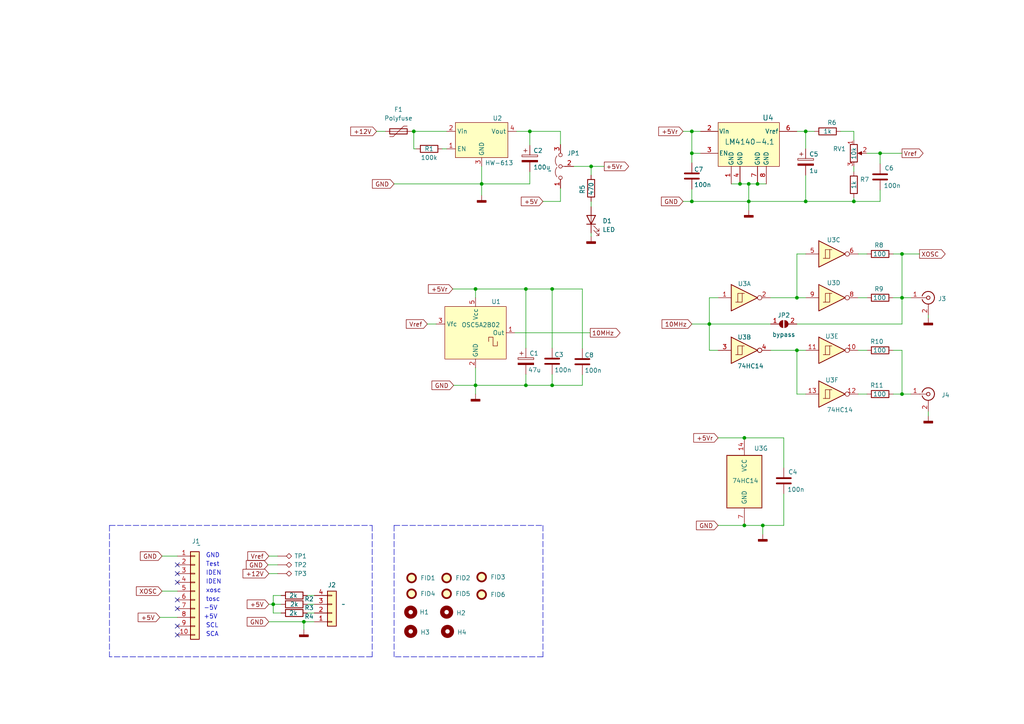
<source format=kicad_sch>
(kicad_sch (version 20230121) (generator eeschema)
  (paper "A4")
  (title_block (title "PM6666-10MHz") (date "2024-03-22") (rev "0.3") (company "Maker: Gomtuu Net") (comment 1 "- usable OCXO: CTI OSC5A2B02 / NDK ENE3311B") (comment 3 "programmable timer/counter") (comment 4 "Alternative oscillator for Fluke/Philips PM6666 "))
  (lib_symbols
    (symbol "74xx:74HC14" (pin_names (offset 1.016))
      (property "Reference" "U" (at 0 1.27 0))
      (property "Value" "74HC14" (at 0 -1.27 0))
      (symbol "74HC14_1_0"
        (polyline (pts (xy -3.81 3.81) (xy -3.81 -3.81) (xy 3.81 0) (xy -3.81 3.81)) (stroke (width 0.254)) (fill (type background)))
        (pin input line (at -7.62 0 0) (length 3.81) (name "~") (number "1"))
        (pin output inverted (at 7.62 0 180) (length 3.81) (name "~") (number "2"))
      )
      (symbol "74HC14_1_1"
        (polyline (pts (xy -1.905 -1.27) (xy -1.905 1.27) (xy -0.635 1.27)))
        (polyline (pts (xy -2.54 -1.27) (xy -0.635 -1.27) (xy -0.635 1.27) (xy 0 1.27)))
      )
      (symbol "74HC14_2_0"
        (polyline (pts (xy -3.81 3.81) (xy -3.81 -3.81) (xy 3.81 0) (xy -3.81 3.81)) (stroke (width 0.254)) (fill (type background)))
        (pin input line (at -7.62 0 0) (length 3.81) (name "~") (number "3"))
        (pin output inverted (at 7.62 0 180) (length 3.81) (name "~") (number "4"))
      )
      (symbol "74HC14_2_1"
        (polyline (pts (xy -1.905 -1.27) (xy -1.905 1.27) (xy -0.635 1.27)))
        (polyline (pts (xy -2.54 -1.27) (xy -0.635 -1.27) (xy -0.635 1.27) (xy 0 1.27)))
      )
      (symbol "74HC14_3_0"
        (polyline (pts (xy -3.81 3.81) (xy -3.81 -3.81) (xy 3.81 0) (xy -3.81 3.81)) (stroke (width 0.254)) (fill (type background)))
        (pin input line (at -7.62 0 0) (length 3.81) (name "~") (number "5"))
        (pin output inverted (at 7.62 0 180) (length 3.81) (name "~") (number "6"))
      )
      (symbol "74HC14_3_1"
        (polyline (pts (xy -1.905 -1.27) (xy -1.905 1.27) (xy -0.635 1.27)))
        (polyline (pts (xy -2.54 -1.27) (xy -0.635 -1.27) (xy -0.635 1.27) (xy 0 1.27)))
      )
      (symbol "74HC14_4_0"
        (polyline (pts (xy -3.81 3.81) (xy -3.81 -3.81) (xy 3.81 0) (xy -3.81 3.81)) (stroke (width 0.254)) (fill (type background)))
        (pin output inverted (at 7.62 0 180) (length 3.81) (name "~") (number "8"))
        (pin input line (at -7.62 0 0) (length 3.81) (name "~") (number "9"))
      )
      (symbol "74HC14_4_1"
        (polyline (pts (xy -1.905 -1.27) (xy -1.905 1.27) (xy -0.635 1.27)))
        (polyline (pts (xy -2.54 -1.27) (xy -0.635 -1.27) (xy -0.635 1.27) (xy 0 1.27)))
      )
      (symbol "74HC14_5_0"
        (polyline (pts (xy -3.81 3.81) (xy -3.81 -3.81) (xy 3.81 0) (xy -3.81 3.81)) (stroke (width 0.254)) (fill (type background)))
        (pin output inverted (at 7.62 0 180) (length 3.81) (name "~") (number "10"))
        (pin input line (at -7.62 0 0) (length 3.81) (name "~") (number "11"))
      )
      (symbol "74HC14_5_1"
        (polyline (pts (xy -1.905 -1.27) (xy -1.905 1.27) (xy -0.635 1.27)))
        (polyline (pts (xy -2.54 -1.27) (xy -0.635 -1.27) (xy -0.635 1.27) (xy 0 1.27)))
      )
      (symbol "74HC14_6_0"
        (polyline (pts (xy -3.81 3.81) (xy -3.81 -3.81) (xy 3.81 0) (xy -3.81 3.81)) (stroke (width 0.254)) (fill (type background)))
        (pin output inverted (at 7.62 0 180) (length 3.81) (name "~") (number "12"))
        (pin input line (at -7.62 0 0) (length 3.81) (name "~") (number "13"))
      )
      (symbol "74HC14_6_1"
        (polyline (pts (xy -1.905 -1.27) (xy -1.905 1.27) (xy -0.635 1.27)))
        (polyline (pts (xy -2.54 -1.27) (xy -0.635 -1.27) (xy -0.635 1.27) (xy 0 1.27)))
      )
      (symbol "74HC14_7_0"
        (pin power_in line (at 0 12.7 270) (length 5.08) (name "VCC") (number "14"))
        (pin power_in line (at 0 -12.7 90) (length 5.08) (name "GND") (number "7"))
      )
      (symbol "74HC14_7_1"
        (rectangle (start -5.08 7.62) (end 5.08 -7.62) (stroke (width 0.254)) (fill (type background)))
      )
    )
    (symbol "Connector:Conn_Coaxial" (pin_names (offset 1.016) hide)
      (property "Reference" "J" (at 0.254 3.048 0))
      (property "Value" "Conn_Coaxial" (at 2.921 0 90))
      (symbol "Conn_Coaxial_0_1"
        (arc (start -1.778 -0.508) (mid 0.2311 -1.8066) (end 1.778 0) (stroke (width 0.254)))
        (polyline (pts (xy -2.54 0) (xy -0.508 0)))
        (polyline (pts (xy 0 -2.54) (xy 0 -1.778)))
        (circle (center 0 0) (radius 0.508) (stroke (width 0.2032)))
        (arc (start 1.778 0) (mid 0.2099 1.8101) (end -1.778 0.508) (stroke (width 0.254)))
      )
      (symbol "Conn_Coaxial_1_1"
        (pin passive line (at -5.08 0 0) (length 2.54) (name "In") (number "1"))
        (pin passive line (at 0 -5.08 90) (length 2.54) (name "Ext") (number "2"))
      )
    )
    (symbol "Connector:TestPoint_Alt" (pin_numbers hide) (pin_names (offset 0.762) hide)
      (property "Reference" "TP" (at 0 6.858 0))
      (property "Value" "TestPoint_Alt" (at 0 5.08 0))
      (symbol "TestPoint_Alt_0_1"
        (polyline (pts (xy 0 2.54) (xy -0.762 3.302) (xy 0 4.064) (xy 0.762 3.302) (xy 0 2.54)))
      )
      (symbol "TestPoint_Alt_1_1"
        (pin passive line (at 0 0 90) (length 2.54) (name "1") (number "1"))
      )
    )
    (symbol "Connector_Generic:Conn_01x04" (pin_names (offset 1.016) hide)
      (property "Reference" "J" (at 0 5.08 0))
      (property "Value" "Conn_01x04" (at 0 -7.62 0))
      (symbol "Conn_01x04_1_1"
        (rectangle (start -1.27 -4.953) (end 0 -5.207) (stroke (width 0.1524)))
        (rectangle (start -1.27 -2.413) (end 0 -2.667) (stroke (width 0.1524)))
        (rectangle (start -1.27 0.127) (end 0 -0.127) (stroke (width 0.1524)))
        (rectangle (start -1.27 2.667) (end 0 2.413) (stroke (width 0.1524)))
        (rectangle (start -1.27 3.81) (end 1.27 -6.35) (stroke (width 0.254)) (fill (type background)))
        (pin passive line (at -5.08 2.54 0) (length 3.81) (name "Pin_1") (number "1"))
        (pin passive line (at -5.08 0 0) (length 3.81) (name "Pin_2") (number "2"))
        (pin passive line (at -5.08 -2.54 0) (length 3.81) (name "Pin_3") (number "3"))
        (pin passive line (at -5.08 -5.08 0) (length 3.81) (name "Pin_4") (number "4"))
      )
    )
    (symbol "Connector_Generic:Conn_01x10" (pin_names (offset 1.016) hide)
      (property "Reference" "J" (at 0 12.7 0))
      (property "Value" "Conn_01x10" (at 0 -15.24 0))
      (symbol "Conn_01x10_1_1"
        (rectangle (start -1.27 -12.573) (end 0 -12.827) (stroke (width 0.1524)))
        (rectangle (start -1.27 -10.033) (end 0 -10.287) (stroke (width 0.1524)))
        (rectangle (start -1.27 -7.493) (end 0 -7.747) (stroke (width 0.1524)))
        (rectangle (start -1.27 -4.953) (end 0 -5.207) (stroke (width 0.1524)))
        (rectangle (start -1.27 -2.413) (end 0 -2.667) (stroke (width 0.1524)))
        (rectangle (start -1.27 0.127) (end 0 -0.127) (stroke (width 0.1524)))
        (rectangle (start -1.27 2.667) (end 0 2.413) (stroke (width 0.1524)))
        (rectangle (start -1.27 5.207) (end 0 4.953) (stroke (width 0.1524)))
        (rectangle (start -1.27 7.747) (end 0 7.493) (stroke (width 0.1524)))
        (rectangle (start -1.27 10.287) (end 0 10.033) (stroke (width 0.1524)))
        (rectangle (start -1.27 11.43) (end 1.27 -13.97) (stroke (width 0.254)) (fill (type background)))
        (pin passive line (at -5.08 10.16 0) (length 3.81) (name "Pin_1") (number "1"))
        (pin passive line (at -5.08 -12.7 0) (length 3.81) (name "Pin_10") (number "10"))
        (pin passive line (at -5.08 7.62 0) (length 3.81) (name "Pin_2") (number "2"))
        (pin passive line (at -5.08 5.08 0) (length 3.81) (name "Pin_3") (number "3"))
        (pin passive line (at -5.08 2.54 0) (length 3.81) (name "Pin_4") (number "4"))
        (pin passive line (at -5.08 0 0) (length 3.81) (name "Pin_5") (number "5"))
        (pin passive line (at -5.08 -2.54 0) (length 3.81) (name "Pin_6") (number "6"))
        (pin passive line (at -5.08 -5.08 0) (length 3.81) (name "Pin_7") (number "7"))
        (pin passive line (at -5.08 -7.62 0) (length 3.81) (name "Pin_8") (number "8"))
        (pin passive line (at -5.08 -10.16 0) (length 3.81) (name "Pin_9") (number "9"))
      )
    )
    (symbol "Device:C" (pin_numbers hide) (pin_names (offset 0.254))
      (property "Reference" "C" (at 0.635 2.54 0))
      (property "Value" "C" (at 0.635 -2.54 0))
      (symbol "C_0_1"
        (polyline (pts (xy -2.032 -0.762) (xy 2.032 -0.762)) (stroke (width 0.508)))
        (polyline (pts (xy -2.032 0.762) (xy 2.032 0.762)) (stroke (width 0.508)))
      )
      (symbol "C_1_1"
        (pin passive line (at 0 3.81 270) (length 2.794) (name "~") (number "1"))
        (pin passive line (at 0 -3.81 90) (length 2.794) (name "~") (number "2"))
      )
    )
    (symbol "Device:C_Polarized" (pin_numbers hide) (pin_names (offset 0.254))
      (property "Reference" "C" (at 0.635 2.54 0))
      (property "Value" "C_Polarized" (at 0.635 -2.54 0))
      (symbol "C_Polarized_0_1"
        (rectangle (start -2.286 0.508) (end 2.286 1.016))
        (polyline (pts (xy -1.778 2.286) (xy -0.762 2.286)))
        (polyline (pts (xy -1.27 2.794) (xy -1.27 1.778)))
        (rectangle (start 2.286 -0.508) (end -2.286 -1.016) (fill (type outline)))
      )
      (symbol "C_Polarized_1_1"
        (pin passive line (at 0 3.81 270) (length 2.794) (name "~") (number "1"))
        (pin passive line (at 0 -3.81 90) (length 2.794) (name "~") (number "2"))
      )
    )
    (symbol "Device:LED" (pin_numbers hide) (pin_names (offset 1.016) hide)
      (property "Reference" "D" (at 0 2.54 0))
      (property "Value" "LED" (at 0 -2.54 0))
      (symbol "LED_0_1"
        (polyline (pts (xy -1.27 -1.27) (xy -1.27 1.27)) (stroke (width 0.254)))
        (polyline (pts (xy -1.27 0) (xy 1.27 0)))
        (polyline (pts (xy 1.27 -1.27) (xy 1.27 1.27) (xy -1.27 0) (xy 1.27 -1.27)) (stroke (width 0.254)))
        (polyline (pts (xy -3.048 -0.762) (xy -4.572 -2.286) (xy -3.81 -2.286) (xy -4.572 -2.286) (xy -4.572 -1.524)))
        (polyline (pts (xy -1.778 -0.762) (xy -3.302 -2.286) (xy -2.54 -2.286) (xy -3.302 -2.286) (xy -3.302 -1.524)))
      )
      (symbol "LED_1_1"
        (pin passive line (at -3.81 0 0) (length 2.54) (name "K") (number "1"))
        (pin passive line (at 3.81 0 180) (length 2.54) (name "A") (number "2"))
      )
    )
    (symbol "Device:Polyfuse" (pin_numbers hide) (pin_names (offset 0))
      (property "Reference" "F" (at -2.54 0 90))
      (property "Value" "Polyfuse" (at 2.54 0 90))
      (symbol "Polyfuse_0_1"
        (rectangle (start -0.762 2.54) (end 0.762 -2.54) (stroke (width 0.254)))
        (polyline (pts (xy 0 2.54) (xy 0 -2.54)))
        (polyline (pts (xy -1.524 2.54) (xy -1.524 1.524) (xy 1.524 -1.524) (xy 1.524 -2.54)))
      )
      (symbol "Polyfuse_1_1"
        (pin passive line (at 0 3.81 270) (length 1.27) (name "~") (number "1"))
        (pin passive line (at 0 -3.81 90) (length 1.27) (name "~") (number "2"))
      )
    )
    (symbol "Device:R" (pin_numbers hide) (pin_names (offset 0))
      (property "Reference" "R" (at 2.032 0 90))
      (property "Value" "R" (at 0 0 90))
      (symbol "R_0_1"
        (rectangle (start -1.016 -2.54) (end 1.016 2.54) (stroke (width 0.254)))
      )
      (symbol "R_1_1"
        (pin passive line (at 0 3.81 270) (length 1.27) (name "~") (number "1"))
        (pin passive line (at 0 -3.81 90) (length 1.27) (name "~") (number "2"))
      )
    )
    (symbol "Device:R_Potentiometer" (pin_names (offset 1.016) hide)
      (property "Reference" "RV" (at -4.445 0 90))
      (property "Value" "R_Potentiometer" (at -2.54 0 90))
      (symbol "R_Potentiometer_0_1"
        (polyline (pts (xy 2.54 0) (xy 1.524 0)))
        (polyline (pts (xy 1.143 0) (xy 2.286 0.508) (xy 2.286 -0.508) (xy 1.143 0)) (fill (type outline)))
        (rectangle (start 1.016 2.54) (end -1.016 -2.54) (stroke (width 0.254)))
      )
      (symbol "R_Potentiometer_1_1"
        (pin passive line (at 0 3.81 270) (length 1.27) (name "1") (number "1"))
        (pin passive line (at 3.81 0 180) (length 1.27) (name "2") (number "2"))
        (pin passive line (at 0 -3.81 90) (length 1.27) (name "3") (number "3"))
      )
    )
    (symbol "Gomtuu:CTI_OSC5A2B02"
      (property "Reference" "U" (at -3.81 10.16 0))
      (property "Value" "OSC5A2B02" (at 8.89 -8.89 0))
      (symbol "CTI_OSC5A2B02_1_1"
        (rectangle (start -8.89 7.62) (end 8.89 -7.62) (fill (type background)))
        (polyline (pts (xy 3.81 -2.54) (xy 3.81 -1.27) (xy 5.08 -1.27) (xy 5.08 -3.81) (xy 6.35 -3.81) (xy 6.35 -2.54) (xy 6.35 -2.54) (xy 6.35 -2.54) (xy 6.35 -2.54) (xy 6.35 -2.54)))
        (pin output line (at 11.43 0 180) (length 2.54) (name "Out") (number "1"))
        (pin power_in line (at 0 -10.16 90) (length 2.54) (name "GND") (number "2"))
        (pin input line (at -11.43 2.54 0) (length 2.54) (name "Vfc") (number "3"))
        (pin no_connect line (at -11.43 -2.54 0) (length 2.54) hide (name "nc") (number "4"))
        (pin power_in line (at 0 10.16 270) (length 2.54) (name "Vcc") (number "5"))
      )
    )
    (symbol "Gomtuu:HW-613"
      (property "Reference" "U" (at 0 7.62 0))
      (property "Value" "HW-613" (at 1.27 0 0))
      (symbol "HW-613_1_1"
        (rectangle (start -7.62 5.08) (end 7.62 -5.08) (fill (type background)))
        (pin input line (at -10.16 -2.54 0) (length 2.54) (name "EN") (number "1"))
        (pin power_in line (at -10.16 2.54 0) (length 2.54) (name "Vin") (number "2"))
        (pin power_in line (at 0 -7.62 90) (length 2.54) (name "GND") (number "3"))
        (pin power_out line (at 10.16 2.54 180) (length 2.54) (name "Vout") (number "4"))
      )
    )
    (symbol "Gomtuu:LM4140CCM-4.1_NOPB" (pin_names (offset 0.254))
      (property "Reference" "U" (at -5.08 11.43 0))
      (property "Value" "LM4140CCM-4.1" (at 1.27 8.89 0))
      (symbol "LM4140CCM-4.1_NOPB_1_1"
        (rectangle (start -8.89 6.35) (end 8.89 -6.35) (fill (type background)))
        (pin power_in line (at -5.08 -11.43 90) (length 5.08) (name "GND") (number "1"))
        (pin power_in line (at -13.97 3.81 0) (length 5.08) (name "Vin") (number "2"))
        (pin input line (at -13.97 -2.54 0) (length 5.08) (name "EN") (number "3"))
        (pin power_in line (at -2.54 -11.43 90) (length 5.08) (name "GND") (number "4"))
        (pin no_connect line (at 13.97 -2.54 180) (length 5.08) hide (name "NC") (number "5"))
        (pin output line (at 13.97 3.81 180) (length 5.08) (name "Vref") (number "6"))
        (pin power_in line (at 2.54 -11.43 90) (length 5.08) (name "GND") (number "7"))
        (pin power_in line (at 5.08 -11.43 90) (length 5.08) (name "GND") (number "8"))
      )
    )
    (symbol "Jumper:Jumper_3_Open" (pin_names (offset 0) hide)
      (property "Reference" "JP" (at -2.54 -2.54 0))
      (property "Value" "Jumper_3_Open" (at 0 2.794 0))
      (symbol "Jumper_3_Open_0_0"
        (circle (center -3.302 0) (radius 0.508))
        (circle (center 0 0) (radius 0.508))
        (circle (center 3.302 0) (radius 0.508))
      )
      (symbol "Jumper_3_Open_0_1"
        (arc (start -0.254 1.016) (mid -1.651 1.4992) (end -3.048 1.016))
        (polyline (pts (xy 0 -0.508) (xy 0 -1.27)))
        (arc (start 3.048 1.016) (mid 1.651 1.4992) (end 0.254 1.016))
      )
      (symbol "Jumper_3_Open_1_1"
        (pin passive line (at -6.35 0 0) (length 2.54) (name "A") (number "1"))
        (pin passive line (at 0 -3.81 90) (length 2.54) (name "C") (number "2"))
        (pin passive line (at 6.35 0 180) (length 2.54) (name "B") (number "3"))
      )
    )
    (symbol "Jumper:SolderJumper_2_Open" (pin_names (offset 0) hide)
      (property "Reference" "JP" (at 0 2.032 0))
      (property "Value" "SolderJumper_2_Open" (at 0 -2.54 0))
      (symbol "SolderJumper_2_Open_0_1"
        (arc (start -0.254 1.016) (mid -1.2656 0) (end -0.254 -1.016))
        (arc (start -0.254 1.016) (mid -1.2656 0) (end -0.254 -1.016) (fill (type outline)))
        (polyline (pts (xy -0.254 1.016) (xy -0.254 -1.016)))
        (polyline (pts (xy 0.254 1.016) (xy 0.254 -1.016)))
        (arc (start 0.254 -1.016) (mid 1.2656 0) (end 0.254 1.016))
        (arc (start 0.254 -1.016) (mid 1.2656 0) (end 0.254 1.016) (fill (type outline)))
      )
      (symbol "SolderJumper_2_Open_1_1"
        (pin passive line (at -3.81 0 0) (length 2.54) (name "A") (number "1"))
        (pin passive line (at 3.81 0 180) (length 2.54) (name "B") (number "2"))
      )
    )
    (symbol "Mechanical:Fiducial"
      (property "Reference" "FID" (at 0 5.08 0))
      (property "Value" "Fiducial" (at 0 3.175 0))
      (symbol "Fiducial_0_1"
        (circle (center 0 0) (radius 1.27) (stroke (width 0.508)) (fill (type background)))
      )
    )
    (symbol "Mechanical:MountingHole" (pin_names (offset 1.016))
      (property "Reference" "H" (at 0 5.08 0))
      (property "Value" "MountingHole" (at 0 3.175 0))
      (symbol "MountingHole_0_1"
        (circle (center 0 0) (radius 1.27) (stroke (width 1.27)))
      )
    )
    (symbol "power:GNDD" (power) (pin_names (offset 0))
      (property "Value" "GNDD" (at 0 -3.175 0))
      (symbol "GNDD_0_1"
        (rectangle (start -1.27 -1.524) (end 1.27 -2.032) (stroke (width 0.254)) (fill (type outline)))
        (polyline (pts (xy 0 0) (xy 0 -1.524)))
      )
      (symbol "GNDD_1_1"
        (pin power_in line (at 0 0 270) (length 0) hide (name "GNDD") (number "1"))
      )
    )
  )
  (junction (at 152.527 83.82))
  (junction (at 171.45 48.26))
  (junction (at 233.68 58.42))
  (junction (at 215.9 152.4))
  (junction (at 217.17 53.34))
  (junction (at 160.147 111.76))
  (junction (at 231.14 101.6))
  (junction (at 221.234 152.4))
  (junction (at 200.66 38.1))
  (junction (at 139.7 53.34))
  (junction (at 219.71 53.34))
  (junction (at 231.14 86.36))
  (junction (at 233.68 38.1))
  (junction (at 214.63 53.34))
  (junction (at 261.62 86.36))
  (junction (at 153.67 38.1))
  (junction (at 247.65 58.42))
  (junction (at 200.66 44.45))
  (junction (at 261.62 73.66))
  (junction (at 79.248 175.26))
  (junction (at 215.9 127))
  (junction (at 88.138 180.34))
  (junction (at 217.17 58.42))
  (junction (at 152.527 111.76))
  (junction (at 160.147 83.82))
  (junction (at 120.015 38.1))
  (junction (at 137.922 83.82))
  (junction (at 205.74 93.98))
  (junction (at 261.62 114.3))
  (junction (at 200.66 58.42))
  (junction (at 137.922 111.76))
  (junction (at 255.27 44.45))
  (no_connect (at 51.435 166.37))
  (no_connect (at 51.435 163.83))
  (no_connect (at 51.435 181.61))
  (no_connect (at 51.435 173.99))
  (no_connect (at 51.435 168.91))
  (no_connect (at 51.435 184.15))
  (no_connect (at 51.435 176.53))
  (wire (pts (xy 81.534 172.72) (xy 79.248 172.72)))
  (wire (pts (xy 233.68 58.42) (xy 247.65 58.42)))
  (wire (pts (xy 231.14 86.36) (xy 233.68 86.36)))
  (wire (pts (xy 153.67 38.1) (xy 162.56 38.1)))
  (wire (pts (xy 119.38 38.1) (xy 120.015 38.1)))
  (wire (pts (xy 269.24 119.38) (xy 269.24 120.65)))
  (wire (pts (xy 233.68 50.8) (xy 233.68 58.42)))
  (wire (pts (xy 120.015 38.1) (xy 129.54 38.1)))
  (wire (pts (xy 261.62 73.66) (xy 259.08 73.66)))
  (wire (pts (xy 89.154 172.72) (xy 91.186 172.72)))
  (wire (pts (xy 269.24 91.44) (xy 269.24 92.202)))
  (wire (pts (xy 261.62 86.36) (xy 261.62 93.98)))
  (wire (pts (xy 153.67 49.784) (xy 153.67 53.34)))
  (wire (pts (xy 162.56 38.1) (xy 162.56 41.91)))
  (wire (pts (xy 168.91 108.712) (xy 168.91 111.76)))
  (wire (pts (xy 261.62 73.66) (xy 266.7 73.66)))
  (wire (pts (xy 223.52 86.36) (xy 231.14 86.36)))
  (wire (pts (xy 227.33 135.636) (xy 227.33 127)))
  (wire (pts (xy 77.978 175.26) (xy 79.248 175.26)))
  (wire (pts (xy 166.37 48.26) (xy 171.45 48.26)))
  (wire (pts (xy 261.62 101.6) (xy 261.62 114.3)))
  (wire (pts (xy 261.62 93.98) (xy 231.14 93.98)))
  (wire (pts (xy 200.66 58.42) (xy 217.17 58.42)))
  (wire (pts (xy 171.45 67.564) (xy 171.45 68.58)))
  (wire (pts (xy 223.52 101.6) (xy 231.14 101.6)))
  (wire (pts (xy 88.138 180.34) (xy 88.138 182.626)))
  (wire (pts (xy 200.66 44.45) (xy 200.66 38.1)))
  (wire (pts (xy 79.248 172.72) (xy 79.248 175.26)))
  (wire (pts (xy 261.62 114.3) (xy 264.16 114.3)))
  (wire (pts (xy 233.68 73.66) (xy 231.14 73.66)))
  (wire (pts (xy 231.14 101.6) (xy 233.68 101.6)))
  (wire (pts (xy 77.978 180.34) (xy 88.138 180.34)))
  (wire (pts (xy 46.355 179.07) (xy 51.435 179.07)))
  (wire (pts (xy 46.99 171.45) (xy 51.435 171.45)))
  (wire (pts (xy 248.92 73.66) (xy 251.46 73.66)))
  (wire (pts (xy 123.952 93.98) (xy 126.492 93.98)))
  (wire (pts (xy 231.14 114.3) (xy 231.14 101.6)))
  (wire (pts (xy 247.65 48.26) (xy 247.65 49.784)))
  (wire (pts (xy 109.22 38.1) (xy 111.76 38.1)))
  (wire (pts (xy 259.08 101.6) (xy 261.62 101.6)))
  (wire (pts (xy 227.33 152.4) (xy 221.234 152.4)))
  (wire (pts (xy 77.978 166.37) (xy 80.518 166.37)))
  (wire (pts (xy 168.91 101.092) (xy 168.91 83.82)))
  (wire (pts (xy 89.154 177.8) (xy 91.186 177.8)))
  (wire (pts (xy 152.527 111.76) (xy 137.922 111.76)))
  (wire (pts (xy 153.67 38.1) (xy 153.67 42.164)))
  (wire (pts (xy 162.56 58.42) (xy 157.48 58.42)))
  (wire (pts (xy 160.147 111.76) (xy 168.91 111.76)))
  (wire (pts (xy 171.45 48.26) (xy 175.26 48.26)))
  (wire (pts (xy 255.27 44.45) (xy 261.62 44.45)))
  (wire (pts (xy 160.147 83.82) (xy 168.91 83.82)))
  (wire (pts (xy 221.234 152.4) (xy 215.9 152.4)))
  (wire (pts (xy 160.147 108.585) (xy 160.147 111.76)))
  (wire (pts (xy 131.318 83.82) (xy 137.922 83.82)))
  (wire (pts (xy 152.527 108.585) (xy 152.527 111.76)))
  (wire (pts (xy 200.66 38.1) (xy 203.2 38.1)))
  (wire (pts (xy 137.922 111.76) (xy 137.922 114.3)))
  (wire (pts (xy 120.015 43.18) (xy 120.015 38.1)))
  (wire (pts (xy 208.28 152.4) (xy 215.9 152.4)))
  (wire (pts (xy 259.08 86.36) (xy 261.62 86.36)))
  (wire (pts (xy 152.527 83.82) (xy 160.147 83.82)))
  (wire (pts (xy 205.74 101.6) (xy 208.28 101.6)))
  (wire (pts (xy 205.74 93.98) (xy 205.74 101.6)))
  (wire (pts (xy 255.27 58.42) (xy 247.65 58.42)))
  (wire (pts (xy 217.17 53.34) (xy 219.71 53.34)))
  (wire (pts (xy 205.74 93.98) (xy 223.52 93.98)))
  (wire (pts (xy 80.518 161.29) (xy 77.978 161.29)))
  (wire (pts (xy 247.65 58.42) (xy 247.65 57.404)))
  (wire (pts (xy 152.527 83.82) (xy 152.527 100.965)))
  (wire (pts (xy 152.527 111.76) (xy 160.147 111.76)))
  (polyline (pts (xy 107.95 190.5) (xy 31.75 190.5)) (stroke (width 0) (type dash)))
  (wire (pts (xy 139.7 48.26) (xy 139.7 53.34)))
  (wire (pts (xy 79.248 177.8) (xy 81.534 177.8)))
  (wire (pts (xy 233.68 114.3) (xy 231.14 114.3)))
  (wire (pts (xy 261.62 114.3) (xy 259.08 114.3)))
  (polyline (pts (xy 157.48 190.5) (xy 114.3 190.5)) (stroke (width 0) (type dash)))
  (wire (pts (xy 233.68 38.1) (xy 233.68 43.18)))
  (wire (pts (xy 217.17 58.42) (xy 217.17 60.96)))
  (wire (pts (xy 120.65 43.18) (xy 120.015 43.18)))
  (wire (pts (xy 248.92 114.3) (xy 251.46 114.3)))
  (wire (pts (xy 231.14 38.1) (xy 233.68 38.1)))
  (wire (pts (xy 131.572 111.76) (xy 137.922 111.76)))
  (wire (pts (xy 221.234 152.4) (xy 221.234 154.94)))
  (wire (pts (xy 203.2 44.45) (xy 200.66 44.45)))
  (polyline (pts (xy 31.75 152.4) (xy 31.75 190.5)) (stroke (width 0) (type dash)))
  (wire (pts (xy 198.12 58.42) (xy 200.66 58.42)))
  (wire (pts (xy 137.922 106.68) (xy 137.922 111.76)))
  (wire (pts (xy 227.33 127) (xy 215.9 127)))
  (wire (pts (xy 212.09 53.34) (xy 214.63 53.34)))
  (polyline (pts (xy 114.3 152.4) (xy 157.48 152.4)) (stroke (width 0) (type dash)))
  (wire (pts (xy 227.33 143.256) (xy 227.33 152.4)))
  (wire (pts (xy 89.154 175.26) (xy 91.186 175.26)))
  (wire (pts (xy 149.352 96.52) (xy 171.196 96.52)))
  (wire (pts (xy 208.28 86.36) (xy 205.74 86.36)))
  (wire (pts (xy 205.74 86.36) (xy 205.74 93.98)))
  (wire (pts (xy 248.92 86.36) (xy 251.46 86.36)))
  (wire (pts (xy 114.3 53.34) (xy 139.7 53.34)))
  (wire (pts (xy 247.65 38.1) (xy 247.65 40.64)))
  (wire (pts (xy 46.99 161.29) (xy 51.435 161.29)))
  (wire (pts (xy 137.922 86.36) (xy 137.922 83.82)))
  (wire (pts (xy 200.66 93.98) (xy 205.74 93.98)))
  (wire (pts (xy 160.147 83.82) (xy 160.147 100.965)))
  (polyline (pts (xy 31.75 152.4) (xy 107.95 152.4)) (stroke (width 0) (type dash)))
  (wire (pts (xy 255.27 44.45) (xy 255.27 47.498)))
  (wire (pts (xy 80.518 163.83) (xy 77.724 163.83)))
  (wire (pts (xy 248.92 101.6) (xy 251.46 101.6)))
  (wire (pts (xy 200.66 54.864) (xy 200.66 58.42)))
  (wire (pts (xy 79.248 175.26) (xy 79.248 177.8)))
  (wire (pts (xy 261.62 73.66) (xy 261.62 86.36)))
  (wire (pts (xy 233.68 38.1) (xy 236.22 38.1)))
  (wire (pts (xy 171.45 48.26) (xy 171.45 50.8)))
  (polyline (pts (xy 157.48 152.4) (xy 157.48 190.5)) (stroke (width 0) (type dash)))
  (wire (pts (xy 261.62 86.36) (xy 264.16 86.36)))
  (wire (pts (xy 88.138 180.34) (xy 91.186 180.34)))
  (wire (pts (xy 137.922 83.82) (xy 152.527 83.82)))
  (wire (pts (xy 200.66 44.45) (xy 200.66 47.244)))
  (wire (pts (xy 79.248 175.26) (xy 81.534 175.26)))
  (wire (pts (xy 171.45 58.42) (xy 171.45 59.944)))
  (wire (pts (xy 214.63 53.34) (xy 217.17 53.34)))
  (wire (pts (xy 217.17 53.34) (xy 217.17 58.42)))
  (wire (pts (xy 208.28 127) (xy 215.9 127)))
  (wire (pts (xy 128.27 43.18) (xy 129.54 43.18)))
  (wire (pts (xy 139.7 53.34) (xy 139.7 56.642)))
  (wire (pts (xy 231.14 73.66) (xy 231.14 86.36)))
  (wire (pts (xy 217.17 58.42) (xy 233.68 58.42)))
  (wire (pts (xy 149.86 38.1) (xy 153.67 38.1)))
  (wire (pts (xy 219.71 53.34) (xy 222.25 53.34)))
  (wire (pts (xy 198.12 38.1) (xy 200.66 38.1)))
  (polyline (pts (xy 114.3 152.4) (xy 114.3 190.5)) (stroke (width 0) (type dash)))
  (polyline (pts (xy 107.95 152.4) (xy 107.95 190.5)) (stroke (width 0) (type dash)))
  (wire (pts (xy 255.27 55.118) (xy 255.27 58.42)))
  (wire (pts (xy 251.46 44.45) (xy 255.27 44.45)))
  (wire (pts (xy 153.67 53.34) (xy 139.7 53.34)))
  (wire (pts (xy 162.56 54.61) (xy 162.56 58.42)))
  (wire (pts (xy 243.84 38.1) (xy 247.65 38.1)))
  (text "xosc" (at 59.69 172.085 0) (effects (font (size 1.27 1.27)) (justify left bottom)))
  (text "IDEN" (at 59.69 169.545 0) (effects (font (size 1.27 1.27)) (justify left bottom)))
  (text "SCL" (at 59.69 182.245 0) (effects (font (size 1.27 1.27)) (justify left bottom)))
  (text "IDEN" (at 59.69 167.005 0) (effects (font (size 1.27 1.27)) (justify left bottom)))
  (text "tosc" (at 59.69 174.625 0) (effects (font (size 1.27 1.27)) (justify left bottom)))
  (text "GND" (at 59.69 161.925 0) (effects (font (size 1.27 1.27)) (justify left bottom)))
  (text "+5V" (at 59.055 179.705 0) (effects (font (size 1.27 1.27)) (justify left bottom)))
  (text "Test" (at 59.69 164.465 0) (effects (font (size 1.27 1.27)) (justify left bottom)))
  (text "SCA" (at 59.69 184.785 0) (effects (font (size 1.27 1.27)) (justify left bottom)))
  (text "-5V" (at 59.055 177.165 0) (effects (font (size 1.27 1.27)) (justify left bottom)))
  (global_label "10MHz" (shape input) (at 200.66 93.98 180) (property "Intersheetrefs" "${INTERSHEET_REFS}" (effects hide)))
  (global_label "+5V" (shape input) (at 77.978 175.26 180) (property "Intersheetrefs" "${INTERSHEET_REFS}" (effects hide)))
  (global_label "Vref" (shape output) (at 261.62 44.45 0) (property "Intersheetrefs" "${INTERSHEET_REFS}" (effects hide)))
  (global_label "10MHz" (shape output) (at 171.196 96.52 0) (property "Intersheetrefs" "${INTERSHEET_REFS}" (effects hide)))
  (global_label "GND" (shape input) (at 208.28 152.4 180) (property "Intersheetrefs" "${INTERSHEET_REFS}" (effects hide)))
  (global_label "+5Vr" (shape output) (at 175.26 48.26 0) (property "Intersheetrefs" "${INTERSHEET_REFS}" (effects hide)))
  (global_label "+5Vr" (shape input) (at 198.12 38.1 180) (property "Intersheetrefs" "${INTERSHEET_REFS}" (effects hide)))
  (global_label "+5Vr" (shape input) (at 208.28 127 180) (property "Intersheetrefs" "${INTERSHEET_REFS}" (effects hide)))
  (global_label "XOSC" (shape input) (at 46.99 171.45 180) (property "Intersheetrefs" "${INTERSHEET_REFS}" (effects hide)))
  (global_label "GND" (shape input) (at 46.99 161.29 180) (property "Intersheetrefs" "${INTERSHEET_REFS}" (effects hide)))
  (global_label "+5V" (shape input) (at 157.48 58.42 180) (property "Intersheetrefs" "${INTERSHEET_REFS}" (effects hide)))
  (global_label "XOSC" (shape output) (at 266.7 73.66 0) (property "Intersheetrefs" "${INTERSHEET_REFS}" (effects hide)))
  (global_label "GND" (shape input) (at 114.3 53.34 180) (property "Intersheetrefs" "${INTERSHEET_REFS}" (effects hide)))
  (global_label "+12V" (shape input) (at 109.22 38.1 180) (property "Intersheetrefs" "${INTERSHEET_REFS}" (effects hide)))
  (global_label "+5V" (shape input) (at 46.355 179.07 180) (property "Intersheetrefs" "${INTERSHEET_REFS}" (effects hide)))
  (global_label "GND" (shape input) (at 77.978 180.34 180) (property "Intersheetrefs" "${INTERSHEET_REFS}" (effects hide)))
  (global_label "GND" (shape input) (at 131.572 111.76 180) (property "Intersheetrefs" "${INTERSHEET_REFS}" (effects hide)))
  (global_label "GND" (shape input) (at 77.724 163.83 180) (property "Intersheetrefs" "${INTERSHEET_REFS}" (effects hide)))
  (global_label "+5Vr" (shape input) (at 131.318 83.82 180) (property "Intersheetrefs" "${INTERSHEET_REFS}" (effects hide)))
  (global_label "Vref" (shape input) (at 77.978 161.29 180) (property "Intersheetrefs" "${INTERSHEET_REFS}" (effects hide)))
  (global_label "+12V" (shape input) (at 77.978 166.37 180) (property "Intersheetrefs" "${INTERSHEET_REFS}" (effects hide)))
  (global_label "GND" (shape input) (at 198.12 58.42 180) (property "Intersheetrefs" "${INTERSHEET_REFS}" (effects hide)))
  (global_label "Vref" (shape input) (at 123.952 93.98 180) (property "Intersheetrefs" "${INTERSHEET_REFS}" (effects hide)))
  (symbol (lib_id "Mechanical:Fiducial") (at 119.38 172.212 0) (unit 1)
    (property "Reference" "FID4" (at 121.92 172.212 0) (effects (justify left)))
    (property "Value" "Fiducial" (effects hide))
    (property "Footprint" "Fiducial:Fiducial_0.5mm_Mask1.5mm" (effects hide))
  )
  (symbol (lib_id "Mechanical:MountingHole") (at 129.794 183.134 0) (unit 1)
    (property "Reference" "H4" (at 132.588 183.388 0) (effects (justify left)))
    (property "Value" "MountingHole" (effects hide))
    (property "Footprint" "MountingHole:MountingHole_3.2mm_M3" (effects hide))
  )
  (symbol (lib_id "Device:R") (at 255.27 101.6 90) (unit 1)
    (property "Reference" "R10" (at 256.286 99.06 90) (effects (justify left)))
    (property "Value" "100" (at 257.048 101.6 90) (effects (justify left)))
    (property "Footprint" "Resistor_SMD:R_1206_3216Metric_Pad1.30x1.75mm_HandSolder" (effects hide))
  )
  (symbol (lib_id "Mechanical:MountingHole") (at 119.126 183.134 0) (unit 1)
    (property "Reference" "H3" (at 121.92 183.388 0) (effects (justify left)))
    (property "Value" "MountingHole" (effects hide))
    (property "Footprint" "MountingHole:MountingHole_3.2mm_M3" (effects hide))
  )
  (symbol (lib_id "Device:C_Polarized") (at 233.68 46.99 0) (unit 1)
    (property "Reference" "C5" (at 234.696 44.704 0) (effects (justify left)))
    (property "Value" "1u" (at 234.696 49.53 0) (effects (justify left)))
    (property "Footprint" "Capacitor_SMD:C_1206_3216Metric_Pad1.33x1.80mm_HandSolder" (effects hide))
  )
  (symbol (lib_id "Mechanical:MountingHole") (at 129.54 177.546 0) (unit 1)
    (property "Reference" "H2" (at 132.334 177.8 0) (effects (justify left)))
    (property "Value" "MountingHole" (effects hide))
    (property "Footprint" "MountingHole:MountingHole_3.2mm_M3" (effects hide))
  )
  (symbol (lib_id "Jumper:SolderJumper_2_Open") (at 227.33 93.98 0) (unit 1)
    (property "Reference" "JP2" (at 227.33 91.44 0))
    (property "Value" "bypass" (at 227.33 97.028 0))
    (property "Footprint" "Jumper:SolderJumper-2_P1.3mm_Open_RoundedPad1.0x1.5mm" (effects hide))
  )
  (symbol (lib_id "Device:R") (at 85.344 177.8 90) (unit 1)
    (property "Reference" "R4" (at 89.662 178.816 90))
    (property "Value" "2k" (at 85.09 177.8 90))
    (property "Footprint" "Resistor_SMD:R_1206_3216Metric_Pad1.30x1.75mm_HandSolder" (effects hide))
  )
  (symbol (lib_id "power:GNDD") (at 269.24 120.65 0) (unit 1)
    (property "Reference" "#PWR08" (effects hide))
    (property "Value" "GNDD" (effects hide))
  )
  (symbol (lib_id "Mechanical:Fiducial") (at 139.7 167.386 0) (unit 1)
    (property "Reference" "FID3" (at 142.24 167.386 0) (effects (justify left)))
    (property "Value" "Fiducial" (effects hide))
    (property "Footprint" "Fiducial:Fiducial_0.5mm_Mask1.5mm" (effects hide))
  )
  (symbol (lib_id "power:GNDD") (at 139.7 56.642 0) (unit 1)
    (property "Reference" "#PWR03" (effects hide))
    (property "Value" "GNDD" (effects hide))
  )
  (symbol (lib_id "Mechanical:Fiducial") (at 129.54 167.64 0) (unit 1)
    (property "Reference" "FID2" (at 132.08 167.64 0) (effects (justify left)))
    (property "Value" "Fiducial" (effects hide))
    (property "Footprint" "Fiducial:Fiducial_0.5mm_Mask1.5mm" (effects hide))
  )
  (symbol (lib_id "power:GNDD") (at 137.922 114.3 0) (unit 1)
    (property "Reference" "#PWR01" (effects hide))
    (property "Value" "GNDD" (effects hide))
  )
  (symbol (lib_id "Connector_Generic:Conn_01x04") (at 96.266 177.8 0) (mirror x) (unit 1)
    (property "Reference" "J2" (at 96.266 169.672 0))
    (property "Value" "~" (at 99.06 175.26 0) (effects (justify left)))
    (property "Footprint" "Connector_PinHeader_2.54mm:PinHeader_1x04_P2.54mm_Vertical" (effects hide))
  )
  (symbol (lib_id "Connector_Generic:Conn_01x10") (at 56.515 171.45 0) (unit 1)
    (property "Reference" "J1" (at 55.626 156.972 0) (effects (justify left)))
    (property "Value" "~" (at 57.15 158.115 0) (effects (justify left)))
    (property "Footprint" "Connector_JST:JST_EH_B10B-EH-A_1x10_P2.50mm_Vertical" (effects hide))
  )
  (symbol (lib_id "Mechanical:Fiducial") (at 139.7 172.466 0) (unit 1)
    (property "Reference" "FID6" (at 142.24 172.466 0) (effects (justify left)))
    (property "Value" "Fiducial" (effects hide))
    (property "Footprint" "Fiducial:Fiducial_0.5mm_Mask1.5mm" (effects hide))
  )
  (symbol (lib_id "Jumper:Jumper_3_Open") (at 162.56 48.26 90) (unit 1)
    (property "Reference" "JP1" (at 168.148 44.45 90) (effects (justify left)))
    (property "Value" "~" (at 160.02 49.53 90) (effects (justify left)))
    (property "Footprint" "Connector_PinHeader_2.54mm:PinHeader_1x03_P2.54mm_Vertical" (effects hide))
  )
  (symbol (lib_id "Device:C") (at 168.91 104.902 0) (unit 1)
    (property "Reference" "C8" (at 169.545 102.997 0) (effects (justify left)))
    (property "Value" "100n" (at 169.545 107.442 0) (effects (justify left)))
    (property "Footprint" "Capacitor_SMD:C_1206_3216Metric_Pad1.33x1.80mm_HandSolder" (effects hide))
  )
  (symbol (lib_id "Connector:TestPoint_Alt") (at 80.518 166.37 270) (mirror x) (unit 1)
    (property "Reference" "TP3" (at 85.344 166.37 90) (effects (justify left)))
    (property "Value" "+12V" (effects hide))
    (property "Footprint" "TestPoint:TestPoint_Loop_D1.80mm_Drill1.0mm_Beaded" (effects hide))
  )
  (symbol (lib_id "Device:C") (at 227.33 139.446 0) (unit 1)
    (property "Reference" "C4" (at 228.6 136.906 0) (effects (justify left)))
    (property "Value" "100n" (at 228.346 141.986 0) (effects (justify left)))
    (property "Footprint" "Capacitor_SMD:C_1206_3216Metric_Pad1.33x1.80mm_HandSolder" (effects hide))
  )
  (symbol (lib_id "Device:C_Polarized") (at 152.527 104.775 0) (unit 1)
    (property "Reference" "C1" (at 153.543 102.489 0) (effects (justify left)))
    (property "Value" "47u" (at 153.162 107.315 0) (effects (justify left)))
    (property "Footprint" "Capacitor_THT:CP_Radial_D4.0mm_P2.00mm" (effects hide))
  )
  (symbol (lib_id "Connector:TestPoint_Alt") (at 80.518 161.29 270) (mirror x) (unit 1)
    (property "Reference" "TP1" (at 85.344 161.29 90) (effects (justify left)))
    (property "Value" "Vref" (effects hide))
    (property "Footprint" "TestPoint:TestPoint_Loop_D1.80mm_Drill1.0mm_Beaded" (effects hide))
  )
  (symbol (lib_id "Mechanical:Fiducial") (at 129.54 172.212 0) (unit 1)
    (property "Reference" "FID5" (at 132.08 172.212 0) (effects (justify left)))
    (property "Value" "Fiducial" (effects hide))
    (property "Footprint" "Fiducial:Fiducial_0.5mm_Mask1.5mm" (effects hide))
  )
  (symbol (lib_id "Device:LED") (at 171.45 63.754 90) (unit 1)
    (property "Reference" "D1" (at 174.752 64.0715 90) (effects (justify right)))
    (property "Value" "LED" (at 174.752 66.6115 90) (effects (justify right)))
    (property "Footprint" "LED_SMD:LED_1206_3216Metric_Pad1.42x1.75mm_HandSolder" (effects hide))
  )
  (symbol (lib_id "Mechanical:Fiducial") (at 119.38 167.64 0) (unit 1)
    (property "Reference" "FID1" (at 121.92 167.64 0) (effects (justify left)))
    (property "Value" "Fiducial" (effects hide))
    (property "Footprint" "Fiducial:Fiducial_0.5mm_Mask1.5mm" (effects hide))
  )
  (symbol (lib_id "74xx:74HC14") (at 215.9 101.6 0) (unit 2)
    (property "Reference" "U3" (at 215.9 97.79 0))
    (property "Value" "74HC14" (at 217.678 106.172 0))
    (property "Footprint" "Package_SO:SO-14_3.9x8.65mm_P1.27mm" (effects hide))
    (property "Datasheet" "http://www.ti.com/lit/gpn/sn74HC14" (effects hide))
  )
  (symbol (lib_id "Device:C") (at 200.66 51.054 0) (unit 1)
    (property "Reference" "C7" (at 201.295 49.149 0) (effects (justify left)))
    (property "Value" "100n" (at 201.295 53.594 0) (effects (justify left)))
    (property "Footprint" "Capacitor_SMD:C_1206_3216Metric_Pad1.33x1.80mm_HandSolder" (effects hide))
  )
  (symbol (lib_id "Device:R") (at 255.27 86.36 90) (unit 1)
    (property "Reference" "R9" (at 256.286 83.82 90) (effects (justify left)))
    (property "Value" "100" (at 257.048 86.36 90) (effects (justify left)))
    (property "Footprint" "Resistor_SMD:R_1206_3216Metric_Pad1.30x1.75mm_HandSolder" (effects hide))
  )
  (symbol (lib_id "power:GNDD") (at 269.24 92.202 0) (unit 1)
    (property "Reference" "#PWR07" (effects hide))
    (property "Value" "GNDD" (effects hide))
  )
  (symbol (lib_id "Mechanical:MountingHole") (at 119.126 177.546 0) (unit 1)
    (property "Reference" "H1" (at 121.666 177.546 0) (effects (justify left)))
    (property "Value" "MountingHole" (effects hide))
    (property "Footprint" "MountingHole:MountingHole_3.2mm_M3" (effects hide))
  )
  (symbol (lib_id "74xx:74HC14") (at 241.3 114.3 0) (unit 6)
    (property "Reference" "U3" (at 241.3 110.236 0))
    (property "Value" "74HC14" (at 243.586 118.872 0))
    (property "Footprint" "Package_SO:SO-14_3.9x8.65mm_P1.27mm" (effects hide))
    (property "Datasheet" "http://www.ti.com/lit/gpn/sn74HC14" (effects hide))
  )
  (symbol (lib_id "Gomtuu:LM4140CCM-4.1_NOPB") (at 217.17 41.91 0) (unit 1)
    (property "Reference" "U4" (at 222.758 34.163 0) (effects (font (size 1.524 1.524))))
    (property "Value" "LM4140-4.1" (at 217.424 41.148 0) (effects (font (size 1.524 1.524))))
    (property "Footprint" "Package_SO:SOIC-8_3.9x4.9mm_P1.27mm" (effects hide))
    (property "Datasheet" "LM4140CCM-4.1/NOPB" (effects hide))
  )
  (symbol (lib_id "Device:R") (at 85.344 172.72 90) (unit 1)
    (property "Reference" "R2" (at 89.662 173.736 90))
    (property "Value" "2k" (at 85.09 172.72 90))
    (property "Footprint" "Resistor_SMD:R_1206_3216Metric_Pad1.30x1.75mm_HandSolder" (effects hide))
  )
  (symbol (lib_id "Device:R") (at 124.46 43.18 90) (unit 1)
    (property "Reference" "R1" (at 124.46 43.18 90))
    (property "Value" "100k" (at 124.46 45.72 90))
    (property "Footprint" "Resistor_SMD:R_1206_3216Metric_Pad1.30x1.75mm_HandSolder" (effects hide))
  )
  (symbol (lib_id "power:GNDD") (at 171.45 68.58 0) (unit 1)
    (property "Reference" "#PWR04" (effects hide))
    (property "Value" "GNDD" (effects hide))
  )
  (symbol (lib_id "power:GNDD") (at 221.234 154.94 0) (unit 1)
    (property "Reference" "#PWR06" (effects hide))
    (property "Value" "GNDD" (effects hide))
  )
  (symbol (lib_id "Device:R") (at 171.45 54.61 180) (unit 1)
    (property "Reference" "R5" (at 168.91 53.594 90) (effects (justify left)))
    (property "Value" "470" (at 171.45 52.832 90) (effects (justify left)))
    (property "Footprint" "Resistor_SMD:R_1206_3216Metric_Pad1.30x1.75mm_HandSolder" (effects hide))
  )
  (symbol (lib_id "Connector:TestPoint_Alt") (at 80.518 163.83 270) (mirror x) (unit 1)
    (property "Reference" "TP2" (at 85.344 163.83 90) (effects (justify left)))
    (property "Value" "GND" (effects hide))
    (property "Footprint" "TestPoint:TestPoint_Loop_D1.80mm_Drill1.0mm_Beaded" (effects hide))
  )
  (symbol (lib_id "Device:C") (at 255.27 51.308 0) (unit 1)
    (property "Reference" "C6" (at 256.54 48.768 0) (effects (justify left)))
    (property "Value" "100n" (at 256.286 53.848 0) (effects (justify left)))
    (property "Footprint" "Capacitor_SMD:C_1206_3216Metric_Pad1.33x1.80mm_HandSolder" (effects hide))
  )
  (symbol (lib_id "Gomtuu:HW-613") (at 139.7 40.64 0) (unit 1)
    (property "Reference" "U2" (at 144.272 34.29 0))
    (property "Value" "HW-613" (at 144.78 47.244 0))
    (property "Footprint" "Gomtuu:Convertor_DCDC_HW-613" (effects hide))
  )
  (symbol (lib_id "Device:R_Potentiometer") (at 247.65 44.45 0) (unit 1)
    (property "Reference" "RV1" (at 245.364 43.18 0) (effects (justify right)))
    (property "Value" "10k" (at 247.65 42.672 90) (effects (justify right)))
    (property "Footprint" "Potentiometer_THT:Potentiometer_Bourns_3296Z_Horizontal" (effects hide))
  )
  (symbol (lib_id "Device:R") (at 255.27 114.3 90) (unit 1)
    (property "Reference" "R11" (at 256.286 111.76 90) (effects (justify left)))
    (property "Value" "100" (at 257.048 114.3 90) (effects (justify left)))
    (property "Footprint" "Resistor_SMD:R_1206_3216Metric_Pad1.30x1.75mm_HandSolder" (effects hide))
  )
  (symbol (lib_id "Connector:Conn_Coaxial") (at 269.24 86.36 0) (unit 1)
    (property "Reference" "J3" (at 272.034 86.6532 0) (effects (justify left)))
    (property "Value" "Conn_Coaxial" (effects hide))
    (property "Footprint" "Connector_Coaxial:SMA_Amphenol_901-144_Vertical" (effects hide))
    (property "Datasheet" " ~" (effects hide))
  )
  (symbol (lib_id "Device:C_Polarized") (at 153.67 45.974 0) (unit 1)
    (property "Reference" "C2" (at 154.686 43.688 0) (effects (justify left)))
    (property "Value" "100u" (at 154.686 48.514 0) (effects (justify left)))
    (property "Footprint" "Capacitor_THT:CP_Radial_D4.0mm_P2.00mm" (effects hide))
  )
  (symbol (lib_id "Device:R") (at 255.27 73.66 90) (unit 1)
    (property "Reference" "R8" (at 256.286 71.12 90) (effects (justify left)))
    (property "Value" "100" (at 257.048 73.66 90) (effects (justify left)))
    (property "Footprint" "Resistor_SMD:R_1206_3216Metric_Pad1.30x1.75mm_HandSolder" (effects hide))
  )
  (symbol (lib_id "Connector:Conn_Coaxial") (at 269.24 114.3 0) (unit 1)
    (property "Reference" "J4" (at 273.05 114.5932 0) (effects (justify left)))
    (property "Value" "Conn_Coaxial" (effects hide))
    (property "Footprint" "Connector_Coaxial:SMA_Amphenol_901-144_Vertical" (effects hide))
    (property "Datasheet" " ~" (effects hide))
  )
  (symbol (lib_id "power:GNDD") (at 88.138 182.626 0) (unit 1)
    (property "Reference" "#PWR02" (effects hide))
    (property "Value" "GNDD" (effects hide))
  )
  (symbol (lib_id "74xx:74HC14") (at 215.9 139.7 0) (unit 7)
    (property "Reference" "U3" (at 218.694 130.048 0) (effects (justify left)))
    (property "Value" "74HC14" (at 212.344 139.446 0) (effects (justify left)))
    (property "Footprint" "Package_SO:SO-14_3.9x8.65mm_P1.27mm" (effects hide))
    (property "Datasheet" "http://www.ti.com/lit/gpn/sn74HC14" (effects hide))
  )
  (symbol (lib_id "Device:R") (at 85.344 175.26 90) (unit 1)
    (property "Reference" "R3" (at 89.662 176.276 90))
    (property "Value" "2k" (at 85.344 175.26 90))
    (property "Footprint" "Resistor_SMD:R_1206_3216Metric_Pad1.30x1.75mm_HandSolder" (effects hide))
  )
  (symbol (lib_id "74xx:74HC14") (at 241.3 73.66 0) (unit 3)
    (property "Reference" "U3" (at 241.808 69.596 0))
    (property "Value" "74HC14" (effects hide))
    (property "Footprint" "Package_SO:SO-14_3.9x8.65mm_P1.27mm" (effects hide))
    (property "Datasheet" "http://www.ti.com/lit/gpn/sn74HC14" (effects hide))
  )
  (symbol (lib_id "Device:R") (at 240.03 38.1 90) (unit 1)
    (property "Reference" "R6" (at 241.3 35.56 90))
    (property "Value" "1k" (at 240.03 38.1 90))
    (property "Footprint" "Resistor_SMD:R_1206_3216Metric_Pad1.30x1.75mm_HandSolder" (effects hide))
  )
  (symbol (lib_id "Device:C") (at 160.147 104.775 0) (unit 1)
    (property "Reference" "C3" (at 160.782 102.87 0) (effects (justify left)))
    (property "Value" "100n" (at 160.782 107.315 0) (effects (justify left)))
    (property "Footprint" "Capacitor_SMD:C_1206_3216Metric_Pad1.33x1.80mm_HandSolder" (effects hide))
  )
  (symbol (lib_id "Device:R") (at 247.65 53.594 0) (unit 1)
    (property "Reference" "R7" (at 249.428 52.07 0) (effects (justify left)))
    (property "Value" "1k" (at 247.65 54.864 90) (effects (justify left)))
    (property "Footprint" "Resistor_SMD:R_1206_3216Metric_Pad1.30x1.75mm_HandSolder" (effects hide))
  )
  (symbol (lib_id "power:GNDD") (at 217.17 60.96 0) (unit 1)
    (property "Reference" "#PWR05" (effects hide))
    (property "Value" "GNDD" (effects hide))
  )
  (symbol (lib_id "74xx:74HC14") (at 241.3 101.6 0) (unit 5)
    (property "Reference" "U3" (at 241.3 97.536 0))
    (property "Value" "74HC14" (effects hide))
    (property "Footprint" "Package_SO:SO-14_3.9x8.65mm_P1.27mm" (effects hide))
    (property "Datasheet" "http://www.ti.com/lit/gpn/sn74HC14" (effects hide))
  )
  (symbol (lib_id "Gomtuu:CTI_OSC5A2B02") (at 137.922 96.52 0) (unit 1)
    (property "Reference" "U1" (at 143.891 87.503 0))
    (property "Value" "OSC5A2B02" (at 139.446 94.234 0))
    (property "Footprint" "Gomtuu:Oscillator_OCXO_OSC5A2B02" (effects hide))
  )
  (symbol (lib_id "74xx:74HC14") (at 241.3 86.36 0) (unit 4)
    (property "Reference" "U3" (at 241.808 82.042 0))
    (property "Value" "74HC14" (effects hide))
    (property "Footprint" "Package_SO:SO-14_3.9x8.65mm_P1.27mm" (effects hide))
    (property "Datasheet" "http://www.ti.com/lit/gpn/sn74HC14" (effects hide))
  )
  (symbol (lib_id "Device:Polyfuse") (at 115.57 38.1 90) (unit 1)
    (property "Reference" "F1" (at 115.57 31.75 90))
    (property "Value" "Polyfuse" (at 115.57 34.29 90))
    (property "Footprint" "Fuse:Fuse_Littelfuse_395Series" (effects hide))
  )
  (symbol (lib_id "74xx:74HC14") (at 215.9 86.36 0) (unit 1)
    (property "Reference" "U3" (at 215.9 82.296 0))
    (property "Value" "74HC14" (effects hide))
    (property "Footprint" "Package_SO:SO-14_3.9x8.65mm_P1.27mm" (effects hide))
    (property "Datasheet" "http://www.ti.com/lit/gpn/sn74HC14" (effects hide))
  )
)
</source>
